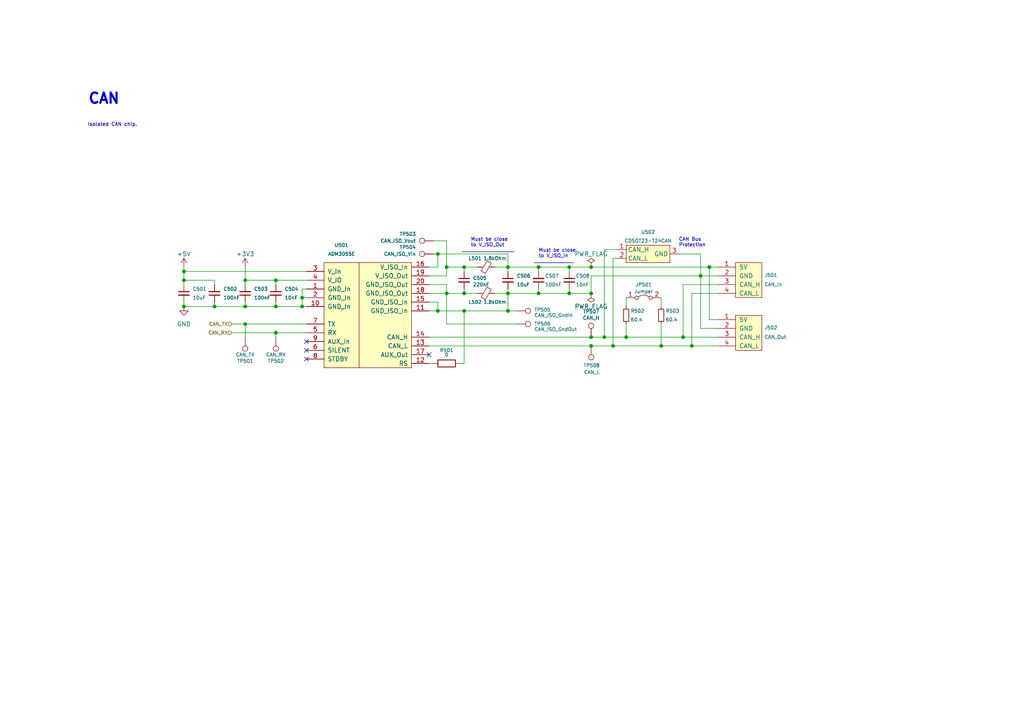
<source format=kicad_sch>
(kicad_sch (version 20230121) (generator eeschema)
  (paper "A4")
  (title_block (title "Curve Tracer") (date "2022-06-05") (rev "1.3.0") (company "Longhorn Racing Solar") (comment 1 "Matthew Yu") (comment 2 "Gary Hallock"))
  (lib_symbols
    (symbol "+5V_1" (power) (pin_names (offset 0))
      (property "Value" "+5V_1" (at 0 3.556 0))
      (symbol "+5V_1_0_1"
        (polyline (pts (xy -0.762 1.27) (xy 0 2.54)))
        (polyline (pts (xy 0 0) (xy 0 2.54)))
        (polyline (pts (xy 0 2.54) (xy 0.762 1.27)))
      )
      (symbol "+5V_1_1_1"
        (pin power_in line (at 0 0 90) (length 0) hide (name "+5V") (number "1"))
      )
    )
    (symbol "Array:CAN_Bus_Protector_CDSOT23-T24CAN"
      (property "Reference" "U" (at 0 -3.81 0))
      (property "Value" "CAN_Bus_Protector_CDSOT23-T24CAN" (at 0 3.81 0))
      (symbol "CAN_Bus_Protector_CDSOT23-T24CAN_0_1"
        (rectangle (start 6.35 2.54) (end -6.35 -2.54) (fill (type background)))
      )
      (symbol "CAN_Bus_Protector_CDSOT23-T24CAN_1_1"
        (pin passive line (at -8.89 1.27 0) (length 2.54) (name "CAN_H") (number "1"))
        (pin passive line (at -8.89 -1.27 0) (length 2.54) (name "CAN_L") (number "2"))
        (pin passive line (at 8.89 0 180) (length 2.54) (name "GND") (number "3"))
      )
    )
    (symbol "Array:CAN_Chip_ADM3055E" (pin_names (offset 1.016))
      (property "Reference" "U" (at 0 16.51 0))
      (property "Value" "CAN_Chip_ADM3055E" (at 0 -16.51 0))
      (symbol "CAN_Chip_ADM3055E_0_1"
        (rectangle (start -12.7 15.24) (end 12.7 -15.24) (fill (type background)))
        (polyline (pts (xy -2.54 15.24) (xy -2.54 -15.24)))
      )
      (symbol "CAN_Chip_ADM3055E_1_1"
        (pin power_in line (at -17.78 7.62 0) (length 5.08) (name "GND_In") (number "1"))
        (pin power_in line (at -17.78 2.54 0) (length 5.08) (name "GND_In") (number "10"))
        (pin power_in line (at 17.78 1.27 180) (length 5.08) (name "GND_ISO_In") (number "11"))
        (pin input line (at 17.78 -13.97 180) (length 5.08) (name "RS") (number "12"))
        (pin bidirectional line (at 17.78 -8.89 180) (length 5.08) (name "CAN_L") (number "13"))
        (pin bidirectional line (at 17.78 -6.35 180) (length 5.08) (name "CAN_H") (number "14"))
        (pin power_in line (at 17.78 3.81 180) (length 5.08) (name "GND_ISO_In") (number "15"))
        (pin power_in line (at 17.78 13.97 180) (length 5.08) (name "V_ISO_In") (number "16"))
        (pin output line (at 17.78 -11.43 180) (length 5.08) (name "AUX_Out") (number "17"))
        (pin power_in line (at 17.78 6.35 180) (length 5.08) (name "GND_ISO_Out") (number "18"))
        (pin power_out line (at 17.78 11.43 180) (length 5.08) (name "V_ISO_Out") (number "19"))
        (pin power_in line (at -17.78 5.08 0) (length 5.08) (name "GND_In") (number "2"))
        (pin power_out line (at 17.78 8.89 180) (length 5.08) (name "GND_ISO_Out") (number "20"))
        (pin power_in line (at -17.78 12.7 0) (length 5.08) (name "V_In") (number "3"))
        (pin power_in line (at -17.78 10.16 0) (length 5.08) (name "V_IO") (number "4"))
        (pin output line (at -17.78 -5.08 0) (length 5.08) (name "RX") (number "5"))
        (pin input line (at -17.78 -10.16 0) (length 5.08) (name "SILENT") (number "6"))
        (pin input line (at -17.78 -2.54 0) (length 5.08) (name "TX") (number "7"))
        (pin input line (at -17.78 -12.7 0) (length 5.08) (name "STDBY") (number "8"))
        (pin input line (at -17.78 -7.62 0) (length 5.08) (name "AUX_In") (number "9"))
      )
    )
    (symbol "Array:CAN_Connector_43650-0427" (pin_names (offset 1.016))
      (property "Reference" "J" (at 0 -6.35 0))
      (property "Value" "CAN_Connector_43650-0427" (at 0 6.35 0))
      (symbol "CAN_Connector_43650-0427_0_1"
        (rectangle (start 3.81 5.08) (end -3.81 -5.08) (fill (type background)))
      )
      (symbol "CAN_Connector_43650-0427_1_1"
        (pin power_in line (at 8.89 3.81 180) (length 5.08) (name "5V") (number "1"))
        (pin power_in line (at 8.89 1.27 180) (length 5.08) (name "GND") (number "2"))
        (pin bidirectional line (at 8.89 -1.27 180) (length 5.08) (name "CAN_H") (number "3"))
        (pin bidirectional line (at 8.89 -3.81 180) (length 5.08) (name "CAN_L") (number "4"))
      )
    )
    (symbol "Connector:TestPoint" (pin_numbers hide) (pin_names (offset 0.762) hide)
      (property "Reference" "TP" (at 0 6.858 0))
      (property "Value" "TestPoint" (at 0 5.08 0))
      (symbol "TestPoint_0_1"
        (circle (center 0 3.302) (radius 0.762))
      )
      (symbol "TestPoint_1_1"
        (pin passive line (at 0 0 90) (length 2.54) (name "1") (number "1"))
      )
    )
    (symbol "Device:C_Small" (pin_numbers hide) (pin_names (offset 0.254) hide)
      (property "Reference" "C" (at 0.254 1.778 0))
      (property "Value" "C_Small" (at 0.254 -2.032 0))
      (symbol "C_Small_0_1"
        (polyline (pts (xy -1.524 -0.508) (xy 1.524 -0.508)) (stroke (width 0.3302)))
        (polyline (pts (xy -1.524 0.508) (xy 1.524 0.508)) (stroke (width 0.3048)))
      )
      (symbol "C_Small_1_1"
        (pin passive line (at 0 2.54 270) (length 2.032) (name "~") (number "1"))
        (pin passive line (at 0 -2.54 90) (length 2.032) (name "~") (number "2"))
      )
    )
    (symbol "Device:FerriteBead_Small" (pin_numbers hide) (pin_names (offset 0))
      (property "Reference" "FB" (at 1.905 1.27 0))
      (property "Value" "FerriteBead_Small" (at 1.905 -1.27 0))
      (symbol "FerriteBead_Small_0_1"
        (polyline (pts (xy 0 -1.27) (xy 0 -0.7874)))
        (polyline (pts (xy 0 0.889) (xy 0 1.2954)))
        (polyline (pts (xy -1.8288 0.2794) (xy -1.1176 1.4986) (xy 1.8288 -0.2032) (xy 1.1176 -1.4224) (xy -1.8288 0.2794)))
      )
      (symbol "FerriteBead_Small_1_1"
        (pin passive line (at 0 2.54 270) (length 1.27) (name "~") (number "1"))
        (pin passive line (at 0 -2.54 90) (length 1.27) (name "~") (number "2"))
      )
    )
    (symbol "Device:R" (pin_numbers hide) (pin_names (offset 0))
      (property "Reference" "R" (at 2.032 0 90))
      (property "Value" "R" (at 0 0 90))
      (symbol "R_0_1"
        (rectangle (start -1.016 -2.54) (end 1.016 2.54) (stroke (width 0.254)))
      )
      (symbol "R_1_1"
        (pin passive line (at 0 3.81 270) (length 1.27) (name "~") (number "1"))
        (pin passive line (at 0 -3.81 90) (length 1.27) (name "~") (number "2"))
      )
    )
    (symbol "Device:R_Small" (pin_numbers hide) (pin_names (offset 0.254) hide)
      (property "Reference" "R" (at 0.762 0.508 0))
      (property "Value" "R_Small" (at 0.762 -1.016 0))
      (symbol "R_Small_0_1"
        (rectangle (start -0.762 1.778) (end 0.762 -1.778) (stroke (width 0.2032)))
      )
      (symbol "R_Small_1_1"
        (pin passive line (at 0 2.54 270) (length 0.762) (name "~") (number "1"))
        (pin passive line (at 0 -2.54 90) (length 0.762) (name "~") (number "2"))
      )
    )
    (symbol "GND_1" (power) (pin_names (offset 0))
      (property "Value" "GND_1" (at 0 -3.81 0))
      (symbol "GND_1_0_1"
        (polyline (pts (xy 0 0) (xy 0 -1.27) (xy 1.27 -1.27) (xy 0 -2.54) (xy -1.27 -1.27) (xy 0 -1.27)))
      )
      (symbol "GND_1_1_1"
        (pin power_in line (at 0 0 270) (length 0) hide (name "GND") (number "1"))
      )
    )
    (symbol "Jumper:Jumper_2_Bridged" (pin_names (offset 0) hide)
      (property "Reference" "JP" (at 0 1.905 0))
      (property "Value" "Jumper_2_Bridged" (at 0 -2.54 0))
      (symbol "Jumper_2_Bridged_0_0"
        (circle (center -2.032 0) (radius 0.508))
        (circle (center 2.032 0) (radius 0.508))
      )
      (symbol "Jumper_2_Bridged_0_1"
        (arc (start 1.524 0.254) (mid 0 0.762) (end -1.524 0.254))
      )
      (symbol "Jumper_2_Bridged_1_1"
        (pin passive line (at -5.08 0 0) (length 2.54) (name "A") (number "1"))
        (pin passive line (at 5.08 0 180) (length 2.54) (name "B") (number "2"))
      )
    )
    (symbol "PWR_FLAG_1" (power) (pin_numbers hide) (pin_names (offset 0) hide)
      (property "Value" "PWR_FLAG_1" (at 0 3.81 0))
      (symbol "PWR_FLAG_1_0_0"
        (pin power_out line (at 0 0 90) (length 0) (name "pwr") (number "1"))
      )
      (symbol "PWR_FLAG_1_0_1"
        (polyline (pts (xy 0 0) (xy 0 1.27) (xy -1.016 1.905) (xy 0 2.54) (xy 1.016 1.905) (xy 0 1.27)))
      )
    )
    (symbol "power:+3V3" (power) (pin_names (offset 0))
      (property "Value" "+3V3" (at 0 3.556 0))
      (symbol "+3V3_0_1"
        (polyline (pts (xy -0.762 1.27) (xy 0 2.54)))
        (polyline (pts (xy 0 0) (xy 0 2.54)))
        (polyline (pts (xy 0 2.54) (xy 0.762 1.27)))
      )
      (symbol "+3V3_1_1"
        (pin power_in line (at 0 0 90) (length 0) hide (name "+3V3") (number "1"))
      )
    )
  )
  (junction (at 129.54 77.47))
  (junction (at 71.12 81.28))
  (junction (at 156.21 85.09))
  (junction (at 175.26 97.79))
  (junction (at 181.61 97.79))
  (junction (at 87.63 88.9))
  (junction (at 171.45 100.33))
  (junction (at 80.01 96.52))
  (junction (at 198.12 97.79))
  (junction (at 53.34 78.74))
  (junction (at 191.77 100.33))
  (junction (at 71.12 88.9))
  (junction (at 147.32 77.47))
  (junction (at 53.34 81.28))
  (junction (at 127 90.17))
  (junction (at 80.01 81.28))
  (junction (at 171.45 85.09))
  (junction (at 80.01 88.9))
  (junction (at 71.12 93.98))
  (junction (at 200.66 100.33))
  (junction (at 171.45 77.47))
  (junction (at 129.54 85.09))
  (junction (at 165.1 85.09))
  (junction (at 165.1 77.47))
  (junction (at 62.23 88.9))
  (junction (at 205.74 77.47))
  (junction (at 147.32 90.17))
  (junction (at 156.21 77.47))
  (junction (at 134.62 85.09))
  (junction (at 147.32 85.09))
  (junction (at 134.62 90.17))
  (junction (at 87.63 86.36))
  (junction (at 203.2 80.01))
  (junction (at 53.34 88.9))
  (junction (at 171.45 97.79))
  (junction (at 177.8 100.33))
  (junction (at 134.62 77.47))
  (junction (at 127 73.66))
  (no_connect (at 124.46 102.87))
  (no_connect (at 88.9 104.14))
  (no_connect (at 88.9 99.06))
  (no_connect (at 88.9 101.6))
  (wire (pts (xy 147.32 85.09) (xy 156.21 85.09)))
  (wire (pts (xy 147.32 77.47) (xy 156.21 77.47)))
  (wire (pts (xy 87.63 83.82) (xy 87.63 86.36)))
  (wire (pts (xy 181.61 86.36) (xy 181.61 88.9)))
  (wire (pts (xy 171.45 80.01) (xy 203.2 80.01)))
  (wire (pts (xy 129.54 93.98) (xy 149.86 93.98)))
  (wire (pts (xy 134.62 105.41) (xy 134.62 90.17)))
  (wire (pts (xy 127 87.63) (xy 127 90.17)))
  (wire (pts (xy 80.01 87.63) (xy 80.01 88.9)))
  (wire (pts (xy 80.01 81.28) (xy 80.01 82.55)))
  (wire (pts (xy 156.21 77.47) (xy 165.1 77.47)))
  (wire (pts (xy 124.46 100.33) (xy 171.45 100.33)))
  (wire (pts (xy 191.77 88.9) (xy 191.77 86.36)))
  (wire (pts (xy 87.63 88.9) (xy 88.9 88.9)))
  (wire (pts (xy 125.73 69.85) (xy 129.54 69.85)))
  (wire (pts (xy 88.9 83.82) (xy 87.63 83.82)))
  (wire (pts (xy 134.62 90.17) (xy 147.32 90.17)))
  (wire (pts (xy 171.45 80.01) (xy 171.45 85.09)))
  (wire (pts (xy 127 87.63) (xy 124.46 87.63)))
  (wire (pts (xy 156.21 77.47) (xy 156.21 78.74)))
  (wire (pts (xy 165.1 77.47) (xy 171.45 77.47)))
  (wire (pts (xy 175.26 72.39) (xy 175.26 97.79)))
  (wire (pts (xy 127 73.66) (xy 147.32 73.66)))
  (wire (pts (xy 71.12 77.47) (xy 71.12 81.28)))
  (wire (pts (xy 127 73.66) (xy 127 77.47)))
  (wire (pts (xy 124.46 85.09) (xy 129.54 85.09)))
  (wire (pts (xy 181.61 97.79) (xy 198.12 97.79)))
  (wire (pts (xy 71.12 97.79) (xy 71.12 93.98)))
  (wire (pts (xy 200.66 100.33) (xy 208.28 100.33)))
  (wire (pts (xy 127 77.47) (xy 124.46 77.47)))
  (wire (pts (xy 203.2 80.01) (xy 203.2 95.25)))
  (wire (pts (xy 147.32 73.66) (xy 147.32 77.47)))
  (wire (pts (xy 175.26 97.79) (xy 181.61 97.79)))
  (wire (pts (xy 129.54 69.85) (xy 129.54 77.47)))
  (wire (pts (xy 71.12 81.28) (xy 71.12 82.55)))
  (wire (pts (xy 165.1 77.47) (xy 165.1 78.74)))
  (wire (pts (xy 134.62 77.47) (xy 138.43 77.47)))
  (wire (pts (xy 203.2 95.25) (xy 208.28 95.25)))
  (wire (pts (xy 191.77 93.98) (xy 191.77 100.33)))
  (wire (pts (xy 124.46 97.79) (xy 171.45 97.79)))
  (wire (pts (xy 80.01 96.52) (xy 88.9 96.52)))
  (wire (pts (xy 80.01 97.79) (xy 80.01 96.52)))
  (wire (pts (xy 147.32 85.09) (xy 147.32 90.17)))
  (wire (pts (xy 143.51 85.09) (xy 147.32 85.09)))
  (wire (pts (xy 165.1 85.09) (xy 165.1 83.82)))
  (wire (pts (xy 171.45 77.47) (xy 205.74 77.47)))
  (wire (pts (xy 124.46 90.17) (xy 127 90.17)))
  (wire (pts (xy 67.31 96.52) (xy 80.01 96.52)))
  (wire (pts (xy 203.2 80.01) (xy 208.28 80.01)))
  (wire (pts (xy 171.45 100.33) (xy 177.8 100.33)))
  (wire (pts (xy 205.74 77.47) (xy 205.74 92.71)))
  (wire (pts (xy 53.34 87.63) (xy 53.34 88.9)))
  (wire (pts (xy 134.62 78.74) (xy 134.62 77.47)))
  (wire (pts (xy 133.35 105.41) (xy 134.62 105.41)))
  (wire (pts (xy 200.66 85.09) (xy 208.28 85.09)))
  (wire (pts (xy 129.54 82.55) (xy 124.46 82.55)))
  (wire (pts (xy 53.34 77.47) (xy 53.34 78.74)))
  (wire (pts (xy 62.23 81.28) (xy 62.23 82.55)))
  (wire (pts (xy 205.74 77.47) (xy 208.28 77.47)))
  (wire (pts (xy 62.23 87.63) (xy 62.23 88.9)))
  (wire (pts (xy 129.54 77.47) (xy 129.54 80.01)))
  (wire (pts (xy 156.21 85.09) (xy 165.1 85.09)))
  (wire (pts (xy 165.1 85.09) (xy 171.45 85.09)))
  (wire (pts (xy 191.77 100.33) (xy 200.66 100.33)))
  (wire (pts (xy 71.12 87.63) (xy 71.12 88.9)))
  (wire (pts (xy 134.62 85.09) (xy 138.43 85.09)))
  (wire (pts (xy 53.34 78.74) (xy 88.9 78.74)))
  (wire (pts (xy 71.12 81.28) (xy 80.01 81.28)))
  (wire (pts (xy 181.61 93.98) (xy 181.61 97.79)))
  (polyline (pts (xy 133.985 73.025) (xy 149.225 73.025)))
  (wire (pts (xy 53.34 81.28) (xy 53.34 82.55)))
  (wire (pts (xy 179.07 74.93) (xy 177.8 74.93)))
  (wire (pts (xy 147.32 83.82) (xy 147.32 85.09)))
  (wire (pts (xy 198.12 97.79) (xy 208.28 97.79)))
  (wire (pts (xy 156.21 85.09) (xy 156.21 83.82)))
  (wire (pts (xy 129.54 85.09) (xy 134.62 85.09)))
  (wire (pts (xy 80.01 81.28) (xy 88.9 81.28)))
  (wire (pts (xy 177.8 74.93) (xy 177.8 100.33)))
  (wire (pts (xy 62.23 88.9) (xy 71.12 88.9)))
  (wire (pts (xy 147.32 77.47) (xy 147.32 78.74)))
  (wire (pts (xy 143.51 77.47) (xy 147.32 77.47)))
  (wire (pts (xy 87.63 86.36) (xy 87.63 88.9)))
  (wire (pts (xy 205.74 92.71) (xy 208.28 92.71)))
  (wire (pts (xy 53.34 88.9) (xy 62.23 88.9)))
  (wire (pts (xy 71.12 88.9) (xy 80.01 88.9)))
  (wire (pts (xy 129.54 85.09) (xy 129.54 93.98)))
  (wire (pts (xy 80.01 88.9) (xy 87.63 88.9)))
  (wire (pts (xy 134.62 85.09) (xy 134.62 83.82)))
  (wire (pts (xy 179.07 72.39) (xy 175.26 72.39)))
  (wire (pts (xy 53.34 78.74) (xy 53.34 81.28)))
  (wire (pts (xy 129.54 77.47) (xy 134.62 77.47)))
  (wire (pts (xy 203.2 73.66) (xy 203.2 80.01)))
  (wire (pts (xy 129.54 80.01) (xy 124.46 80.01)))
  (wire (pts (xy 200.66 100.33) (xy 200.66 85.09)))
  (wire (pts (xy 127 90.17) (xy 134.62 90.17)))
  (wire (pts (xy 87.63 86.36) (xy 88.9 86.36)))
  (wire (pts (xy 198.12 97.79) (xy 198.12 82.55)))
  (wire (pts (xy 53.34 81.28) (xy 62.23 81.28)))
  (polyline (pts (xy 154.94 76.2) (xy 166.37 76.2)))
  (wire (pts (xy 125.73 73.66) (xy 127 73.66)))
  (wire (pts (xy 171.45 97.79) (xy 175.26 97.79)))
  (wire (pts (xy 129.54 82.55) (xy 129.54 85.09)))
  (wire (pts (xy 196.85 73.66) (xy 203.2 73.66)))
  (wire (pts (xy 67.31 93.98) (xy 71.12 93.98)))
  (wire (pts (xy 71.12 93.98) (xy 88.9 93.98)))
  (wire (pts (xy 125.73 105.41) (xy 124.46 105.41)))
  (wire (pts (xy 198.12 82.55) (xy 208.28 82.55)))
  (wire (pts (xy 147.32 90.17) (xy 149.86 90.17)))
  (wire (pts (xy 177.8 100.33) (xy 191.77 100.33)))
  (text "CAN Bus\nProtection" (at 196.85 71.755 0) (effects (font (size 1 1)) (justify left bottom)))
  (text "CAN" (at 25.4 30.48 0) (effects (font (size 3 3) (thickness 0.6096) bold) (justify left bottom)))
  (text "Must be close\nto V_ISO_Out" (at 136.525 71.755 0) (effects (font (size 1 1)) (justify left bottom)))
  (text "Isolated CAN chip." (at 25.4 36.83 0) (effects (font (size 1.016 1.016)) (justify left bottom)))
  (text "Must be close\nto V_ISO_In" (at 156.21 74.93 0) (effects (font (size 1 1)) (justify left bottom)))
  (hierarchical_label "CAN_TX" (shape input) (at 67.31 93.98 180) (effects (font (size 1 1))))
  (hierarchical_label "CAN_RX" (shape input) (at 67.31 96.52 180) (effects (font (size 1 1))))
  (symbol (lib_name "PWR_FLAG_1") (lib_id "power:PWR_FLAG") (at 171.45 85.09 180) (unit 1)
    (property "Reference" "#FLG0502" (effects hide))
    (property "Value" "PWR_FLAG" (at 171.45 88.9 0))
  )
  (symbol (lib_id "Array:CAN_Bus_Protector_CDSOT23-T24CAN") (at 187.96 73.66 0) (unit 1)
    (property "Reference" "U502" (at 187.96 67.31 0) (effects (font (size 1 1))))
    (property "Value" "CDSOT23-T24CAN" (at 187.96 69.85 0) (effects (font (size 1 1))))
    (property "Footprint" "Package_TO_SOT_SMD:SOT-23" (effects hide))
    (property "Datasheet" "https://www.mouser.com/datasheet/2/54/cdsot23-t24can-q-1534349.pdf" (effects hide))
    (property "Distributor" "Mouser" (effects hide))
    (property "Manufacturer" "Bourns" (effects hide))
    (property "Cost" "0.37" (effects hide))
    (property "P/N" "CDSOT23-T24CAN-Q" (effects hide))
  )
  (symbol (lib_id "Device:R_Small") (at 191.77 91.44 0) (mirror y) (unit 1)
    (property "Reference" "R503" (at 193.04 90.17 0) (effects (font (size 1 1)) (justify right)))
    (property "Value" "60.4" (at 193.04 92.71 0) (effects (font (size 1 1)) (justify right)))
    (property "Footprint" "Resistor_SMD:R_0805_2012Metric" (effects hide))
    (property "Datasheet" "https://www.mouser.com/datasheet/2/447/PYu_AC_51_RoHS_L_9-3005297.pdf" (effects hide))
    (property "Distributor" "Mouser" (effects hide))
    (property "Manufacturer" "Yageo" (effects hide))
    (property "Cost" "0.10" (effects hide))
    (property "P/N" "AC0805FR-7W60R4L" (effects hide))
  )
  (symbol (lib_id "Connector:TestPoint") (at 80.01 97.79 180) (unit 1)
    (property "Reference" "TP502" (at 80.01 104.14 0) (effects (font (size 1 1)) (justify bottom)))
    (property "Value" "CAN_RX" (at 80.01 102.87 0) (effects (font (size 1 1))))
    (property "Footprint" "TestPoint:TestPoint_Pad_1.0x1.0mm" (effects hide))
  )
  (symbol (lib_id "Device:C_Small") (at 147.32 81.28 0) (unit 1)
    (property "Reference" "C506" (at 149.86 80.01 0) (effects (font (size 1 1)) (justify left)))
    (property "Value" "10uF" (at 149.86 82.55 0) (effects (font (size 1 1)) (justify left)))
    (property "Footprint" "Capacitor_SMD:C_0805_2012Metric" (effects hide))
    (property "Datasheet" "https://datasheet.lcsc.com/lcsc/1811121310_Samsung-Electro-Mechanics-CL21A106KAYNNNE_C15850.pdf" (effects hide))
    (property "Distributor" "JLCPCB" (effects hide))
    (property "Manufacturer" "Samsung Electro-Mechanics" (effects hide))
    (property "Cost" "0.0131" (effects hide))
    (property "LCSC Part #" "C15850" (effects hide))
    (property "P/N" "CL21A106KAYNNNE" (effects hide))
  )
  (symbol (lib_id "Device:C_Small") (at 156.21 81.28 180) (unit 1)
    (property "Reference" "C507" (at 158.115 80.01 0) (effects (font (size 1 1)) (justify right)))
    (property "Value" "100nF" (at 158.115 82.55 0) (effects (font (size 1 1)) (justify right)))
    (property "Footprint" "Capacitor_SMD:C_0805_2012Metric" (effects hide))
    (property "Datasheet" "https://datasheet.lcsc.com/lcsc/1810191216_Samsung-Electro-Mechanics-CL21B104KCFNNNE_C28233.pdf" (effects hide))
    (property "Distributor" "JLCPCB" (effects hide))
    (property "Manufacturer" "Samsung Electro-Mechanics" (effects hide))
    (property "Cost" "0.0078" (effects hide))
    (property "LCSC Part #" "C28233" (effects hide))
    (property "P/N" "CL21B104KCFNNNE" (effects hide))
  )
  (symbol (lib_id "Device:C_Small") (at 134.62 81.28 0) (unit 1)
    (property "Reference" "C505" (at 137.16 80.645 0) (effects (font (size 1 1)) (justify left)))
    (property "Value" "220nF" (at 137.16 82.55 0) (effects (font (size 1 1)) (justify left)))
    (property "Footprint" "Capacitor_SMD:C_0805_2012Metric" (effects hide))
    (property "Datasheet" "https://datasheet.lcsc.com/lcsc/1810191222_Samsung-Electro-Mechanics-CL21B224KBFNNNE_C5378.pdf" (effects hide))
    (property "Distributor" "JLCPCB" (effects hide))
    (property "Manufacturer" "Samsung Electro-Mechanics" (effects hide))
    (property "Cost" "0.0116" (effects hide))
    (property "LCSC Part #" "C5378" (effects hide))
    (property "P/N" "CL21B224KBFNNNE" (effects hide))
  )
  (symbol (lib_id "Device:FerriteBead_Small") (at 140.97 77.47 270) (unit 1)
    (property "Reference" "L501" (at 135.89 74.93 90) (effects (font (size 1 1)) (justify left)))
    (property "Value" "1.8kOhm" (at 140.208 74.93 90) (effects (font (size 1 1)) (justify left)))
    (property "Footprint" "Inductor_SMD:L_0805_2012Metric" (effects hide))
    (property "Datasheet" "https://www.mouser.com/datasheet/2/281/1/mure_s_a0010614356_1-2279078.pdf" (effects hide))
    (property "Distributor" "Mouser" (effects hide))
    (property "Manufacturer" "Murata Electronics" (effects hide))
    (property "Cost" "0.17" (effects hide))
    (property "P/N" "BLM21BD182SN1D" (effects hide))
  )
  (symbol (lib_id "Array:CAN_Chip_ADM3055E") (at 106.68 91.44 0) (unit 1)
    (property "Reference" "U501" (at 99.06 71.12 0) (effects (font (size 1 1))))
    (property "Value" "ADM3055E" (at 99.06 73.66 0) (effects (font (size 1 1))))
    (property "Footprint" "Footprints:ADM3055EBRIZ" (effects hide))
    (property "Datasheet" "https://www.mouser.com/datasheet/2/609/ADM3055E_3057E-3121303.pdf" (effects hide))
    (property "Distributor" "Mouser" (effects hide))
    (property "Manufacturer" "Analog Devices" (effects hide))
    (property "Cost" "15.22" (effects hide))
    (property "P/N" "ADM3055EBRIZ" (effects hide))
  )
  (symbol (lib_id "Connector:TestPoint") (at 149.86 90.17 270) (unit 1)
    (property "Reference" "TP505" (at 154.94 90.424 90) (effects (font (size 1 1)) (justify left bottom)))
    (property "Value" "CAN_ISO_GndIn" (at 154.94 91.44 90) (effects (font (size 1 1)) (justify left)))
    (property "Footprint" "TestPoint:TestPoint_Pad_1.0x1.0mm" (effects hide))
  )
  (symbol (lib_id "Array:CAN_Connector_43650-0427") (at 217.17 96.52 0) (mirror y) (unit 1)
    (property "Reference" "J502" (at 221.6912 95.0468 0) (effects (font (size 1 1)) (justify right)))
    (property "Value" "CAN_Out" (at 221.6912 97.7392 0) (effects (font (size 1 1)) (justify right)))
    (property "Footprint" "Connector_Molex:Molex_Micro-Fit_3.0_43650-0415_1x04_P3.00mm_Vertical" (effects hide))
    (property "Datasheet" "https://www.mouser.com/datasheet/2/276/0436500415_PCB_HEADERS-148705.pdf" (effects hide))
    (property "Distributor" "Mouser" (effects hide))
    (property "Manufacturer" "Molex" (effects hide))
    (property "Cost" "1.19" (effects hide))
    (property "P/N" "43650-0415" (effects hide))
  )
  (symbol (lib_id "Jumper:Jumper_2_Bridged") (at 186.69 86.36 0) (unit 1)
    (property "Reference" "JP501" (at 186.69 82.55 0) (effects (font (size 1 1))))
    (property "Value" "Jumper" (at 186.69 84.5336 0) (effects (font (size 1 1))))
    (property "Footprint" "Connector_PinHeader_2.54mm:PinHeader_1x02_P2.54mm_Vertical" (effects hide))
    (property "Datasheet" "https://cdn.amphenol-cs.com/media/wysiwyg/files/documentation/datasheet/boardwiretoboard/bwb_econostik_254headers.pdf" (effects hide))
    (property "Cost" "0.10" (effects hide))
    (property "Distributor" "Mouser" (effects hide))
    (property "Manufacturer" "Amphenol FCI" (effects hide))
    (property "P/N" "10129378-902004BLF" (effects hide))
  )
  (symbol (lib_id "power:+3V3") (at 71.12 77.47 0) (unit 1)
    (property "Reference" "#PWR0505" (effects hide))
    (property "Value" "+3V3" (at 71.12 73.66 0))
  )
  (symbol (lib_id "Array:CAN_Connector_43650-0427") (at 217.17 81.28 0) (mirror y) (unit 1)
    (property "Reference" "J501" (at 221.6912 79.8068 0) (effects (font (size 1 1)) (justify right)))
    (property "Value" "CAN_In" (at 221.6912 82.4992 0) (effects (font (size 1 1)) (justify right)))
    (property "Footprint" "Connector_Molex:Molex_Micro-Fit_3.0_43650-0415_1x04_P3.00mm_Vertical" (effects hide))
    (property "Datasheet" "https://www.mouser.com/datasheet/2/276/0436500415_PCB_HEADERS-148705.pdf" (effects hide))
    (property "Distributor" "Mouser" (effects hide))
    (property "Manufacturer" "Molex" (effects hide))
    (property "Cost" "1.19" (effects hide))
    (property "P/N" "43650-0415" (effects hide))
  )
  (symbol (lib_id "Connector:TestPoint") (at 71.12 97.79 180) (unit 1)
    (property "Reference" "TP501" (at 71.12 104.14 0) (effects (font (size 1 1)) (justify bottom)))
    (property "Value" "CAN_TX" (at 71.12 102.87 0) (effects (font (size 1 1))))
    (property "Footprint" "TestPoint:TestPoint_Pad_1.0x1.0mm" (effects hide))
  )
  (symbol (lib_id "Connector:TestPoint") (at 125.73 73.66 90) (unit 1)
    (property "Reference" "TP504" (at 120.65 71.12 90) (effects (font (size 1 1)) (justify left bottom)))
    (property "Value" "CAN_ISO_Vin" (at 120.65 73.66 90) (effects (font (size 1 1)) (justify left)))
    (property "Footprint" "TestPoint:TestPoint_Pad_1.0x1.0mm" (effects hide))
  )
  (symbol (lib_id "Connector:TestPoint") (at 171.45 100.33 180) (unit 1)
    (property "Reference" "TP508" (at 173.99 105.41 0) (effects (font (size 1 1)) (justify left bottom)))
    (property "Value" "CAN_L" (at 173.99 107.95 0) (effects (font (size 1 1)) (justify left)))
    (property "Footprint" "TestPoint:TestPoint_Pad_1.0x1.0mm" (effects hide))
  )
  (symbol (lib_id "Connector:TestPoint") (at 171.45 97.79 0) (unit 1)
    (property "Reference" "TP507" (at 171.45 90.932 0) (effects (font (size 1 1)) (justify bottom)))
    (property "Value" "CAN_H" (at 171.45 92.202 0) (effects (font (size 1 1))))
    (property "Footprint" "TestPoint:TestPoint_Pad_1.0x1.0mm" (effects hide))
  )
  (symbol (lib_id "Connector:TestPoint") (at 125.73 69.85 90) (unit 1)
    (property "Reference" "TP503" (at 120.65 67.31 90) (effects (font (size 1 1)) (justify left bottom)))
    (property "Value" "CAN_ISO_Vout" (at 120.65 69.85 90) (effects (font (size 1 1)) (justify left)))
    (property "Footprint" "TestPoint:TestPoint_Pad_1.0x1.0mm" (effects hide))
  )
  (symbol (lib_id "Device:C_Small") (at 53.34 85.09 0) (unit 1)
    (property "Reference" "C501" (at 55.88 83.82 0) (effects (font (size 1 1)) (justify left)))
    (property "Value" "10uF" (at 55.88 86.36 0) (effects (font (size 1 1)) (justify left)))
    (property "Footprint" "Capacitor_SMD:C_0805_2012Metric" (effects hide))
    (property "Datasheet" "https://datasheet.lcsc.com/lcsc/1811121310_Samsung-Electro-Mechanics-CL21A106KAYNNNE_C15850.pdf" (effects hide))
    (property "Distributor" "JLCPCB" (effects hide))
    (property "Manufacturer" "Samsung Electro-Mechanics" (effects hide))
    (property "Cost" "0.0131" (effects hide))
    (property "LCSC Part #" "C15850" (effects hide))
    (property "P/N" "CL21A106KAYNNNE" (effects hide))
  )
  (symbol (lib_name "+5V_1") (lib_id "power:+5V") (at 53.34 77.47 0) (unit 1)
    (property "Reference" "#PWR0504" (effects hide))
    (property "Value" "+5V" (at 53.34 73.66 0))
  )
  (symbol (lib_name "PWR_FLAG_1") (lib_id "power:PWR_FLAG") (at 171.45 77.47 0) (unit 1)
    (property "Reference" "#FLG0501" (effects hide))
    (property "Value" "PWR_FLAG" (at 171.45 73.66 0))
  )
  (symbol (lib_id "Device:FerriteBead_Small") (at 140.97 85.09 270) (unit 1)
    (property "Reference" "L502" (at 135.89 87.63 90) (effects (font (size 1 1)) (justify left)))
    (property "Value" "1.8kOhm" (at 140.208 87.63 90) (effects (font (size 1 1)) (justify left)))
    (property "Footprint" "Inductor_SMD:L_0805_2012Metric" (effects hide))
    (property "Datasheet" "https://www.mouser.com/datasheet/2/281/1/mure_s_a0010614356_1-2279078.pdf" (effects hide))
    (property "Distributor" "Mouser" (effects hide))
    (property "Manufacturer" "Murata Electronics" (effects hide))
    (property "Cost" "0.17" (effects hide))
    (property "P/N" "BLM21BD182SN1D" (effects hide))
  )
  (symbol (lib_id "Connector:TestPoint") (at 149.86 93.98 270) (unit 1)
    (property "Reference" "TP506" (at 154.94 94.488 90) (effects (font (size 1 1)) (justify left bottom)))
    (property "Value" "CAN_ISO_GndOut" (at 154.94 95.504 90) (effects (font (size 1 1)) (justify left)))
    (property "Footprint" "TestPoint:TestPoint_Pad_1.0x1.0mm" (effects hide))
  )
  (symbol (lib_name "GND_1") (lib_id "power:GND") (at 53.34 88.9 0) (unit 1)
    (property "Reference" "#PWR0506" (effects hide))
    (property "Value" "GND" (at 53.34 93.98 0))
  )
  (symbol (lib_id "Device:C_Small") (at 165.1 81.28 0) (unit 1)
    (property "Reference" "C508" (at 167.005 80.01 0) (effects (font (size 1 1)) (justify left)))
    (property "Value" "10nF" (at 167.005 82.55 0) (effects (font (size 1 1)) (justify left)))
    (property "Footprint" "Capacitor_SMD:C_0805_2012Metric" (effects hide))
    (property "Datasheet" "https://datasheet.lcsc.com/lcsc/1811151136_Samsung-Electro-Mechanics-CL21B103KBANNNC_C1710.pdf" (effects hide))
    (property "Distributor" "JLCPCB" (effects hide))
    (property "Manufacturer" "Samsung Electro-Mechanics" (effects hide))
    (property "Cost" "0.0085" (effects hide))
    (property "LCSC Part #" "C1710" (effects hide))
    (property "P/N" "CL21B103KBANNNC" (effects hide))
  )
  (symbol (lib_id "Device:C_Small") (at 80.01 85.09 0) (unit 1)
    (property "Reference" "C504" (at 82.55 83.82 0) (effects (font (size 1 1)) (justify left)))
    (property "Value" "10nF" (at 82.55 86.36 0) (effects (font (size 1 1)) (justify left)))
    (property "Footprint" "Capacitor_SMD:C_0805_2012Metric" (effects hide))
    (property "Datasheet" "https://datasheet.lcsc.com/lcsc/1811151136_Samsung-Electro-Mechanics-CL21B103KBANNNC_C1710.pdf" (effects hide))
    (property "Distributor" "JLCPCB" (effects hide))
    (property "Manufacturer" "Samsung Electro-Mechanics" (effects hide))
    (property "Cost" "0.0085" (effects hide))
    (property "LCSC Part #" "C1710" (effects hide))
    (property "P/N" "CL21B103KBANNNC" (effects hide))
  )
  (symbol (lib_id "Device:C_Small") (at 71.12 85.09 180) (unit 1)
    (property "Reference" "C503" (at 73.66 83.82 0) (effects (font (size 1 1)) (justify right)))
    (property "Value" "100nF" (at 73.66 86.36 0) (effects (font (size 1 1)) (justify right)))
    (property "Footprint" "Capacitor_SMD:C_0805_2012Metric" (effects hide))
    (property "Datasheet" "https://datasheet.lcsc.com/lcsc/1810191216_Samsung-Electro-Mechanics-CL21B104KCFNNNE_C28233.pdf" (effects hide))
    (property "Distributor" "JLCPCB" (effects hide))
    (property "Manufacturer" "Samsung Electro-Mechanics" (effects hide))
    (property "Cost" "0.0078" (effects hide))
    (property "LCSC Part #" "C28233" (effects hide))
    (property "P/N" "CL21B104KCFNNNE" (effects hide))
  )
  (symbol (lib_id "Device:R") (at 129.54 105.41 90) (unit 1)
    (property "Reference" "R501" (at 129.54 101.6 90) (effects (font (size 1 1))))
    (property "Value" "0" (at 129.54 102.87 90) (effects (font (size 1 1))))
    (property "Footprint" "Resistor_SMD:R_0805_2012Metric" (effects hide))
    (property "Datasheet" "https://datasheet.lcsc.com/lcsc/2206010216_UNI-ROYAL-Uniroyal-Elec-0805W8F0000T5E_C17477.pdf" (effects hide))
    (property "Distributor" "JLCPCB" (effects hide))
    (property "Manufacturer" "UNI-ROYAL(Uniroyal Elec)" (effects hide))
    (property "Cost" "0.0022" (effects hide))
    (property "LCSC Part #" "C17477" (effects hide))
    (property "P/N" "0805W8F0000T5E" (effects hide))
  )
  (symbol (lib_id "Device:C_Small") (at 62.23 85.09 180) (unit 1)
    (property "Reference" "C502" (at 64.77 83.82 0) (effects (font (size 1 1)) (justify right)))
    (property "Value" "100nF" (at 64.77 86.36 0) (effects (font (size 1 1)) (justify right)))
    (property "Footprint" "Capacitor_SMD:C_0805_2012Metric" (effects hide))
    (property "Datasheet" "https://datasheet.lcsc.com/lcsc/1810191216_Samsung-Electro-Mechanics-CL21B104KCFNNNE_C28233.pdf" (effects hide))
    (property "Distributor" "JLCPCB" (effects hide))
    (property "Manufacturer" "Samsung Electro-Mechanics" (effects hide))
    (property "Cost" "0.0078" (effects hide))
    (property "LCSC Part #" "C28233" (effects hide))
    (property "P/N" "CL21B104KCFNNNE" (effects hide))
  )
  (symbol (lib_id "Device:R_Small") (at 181.61 91.44 0) (mirror x) (unit 1)
    (property "Reference" "R502" (at 182.88 90.17 0) (effects (font (size 1 1)) (justify left)))
    (property "Value" "60.4" (at 182.88 92.71 0) (effects (font (size 1 1)) (justify left)))
    (property "Footprint" "Resistor_SMD:R_0805_2012Metric" (effects hide))
    (property "Datasheet" "https://www.mouser.com/datasheet/2/447/PYu_AC_51_RoHS_L_9-3005297.pdf" (effects hide))
    (property "Distributor" "Mouser" (effects hide))
    (property "Manufacturer" "Yageo" (effects hide))
    (property "Cost" "0.10" (effects hide))
    (property "P/N" "AC0805FR-7W60R4L" (effects hide))
  )
)
</source>
